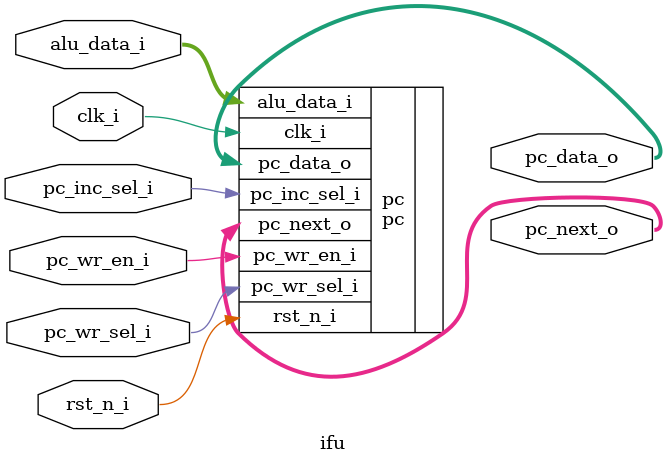
<source format=sv>
/*
 * ifu.sv
 *
 *  Created on: 2020-08-05 12:27
 *      Author: Jack Chen <redchenjs@live.com>
 */

module ifu #(
    parameter XLEN = 32
) (
    input logic clk_i,
    input logic rst_n_i,

    input logic pc_wr_en_i,
    input logic pc_wr_sel_i,
    input logic pc_inc_sel_i,

    input logic [XLEN-1:0] alu_data_i,

    output logic [XLEN-1:0] pc_data_o,
    output logic [XLEN-1:0] pc_next_o
);

pc pc(
    .clk_i(clk_i),
    .rst_n_i(rst_n_i),

    .pc_wr_en_i(pc_wr_en_i),
    .pc_wr_sel_i(pc_wr_sel_i),
    .pc_inc_sel_i(pc_inc_sel_i),

    .alu_data_i(alu_data_i),

    .pc_data_o(pc_data_o),
    .pc_next_o(pc_next_o)
);

endmodule

</source>
